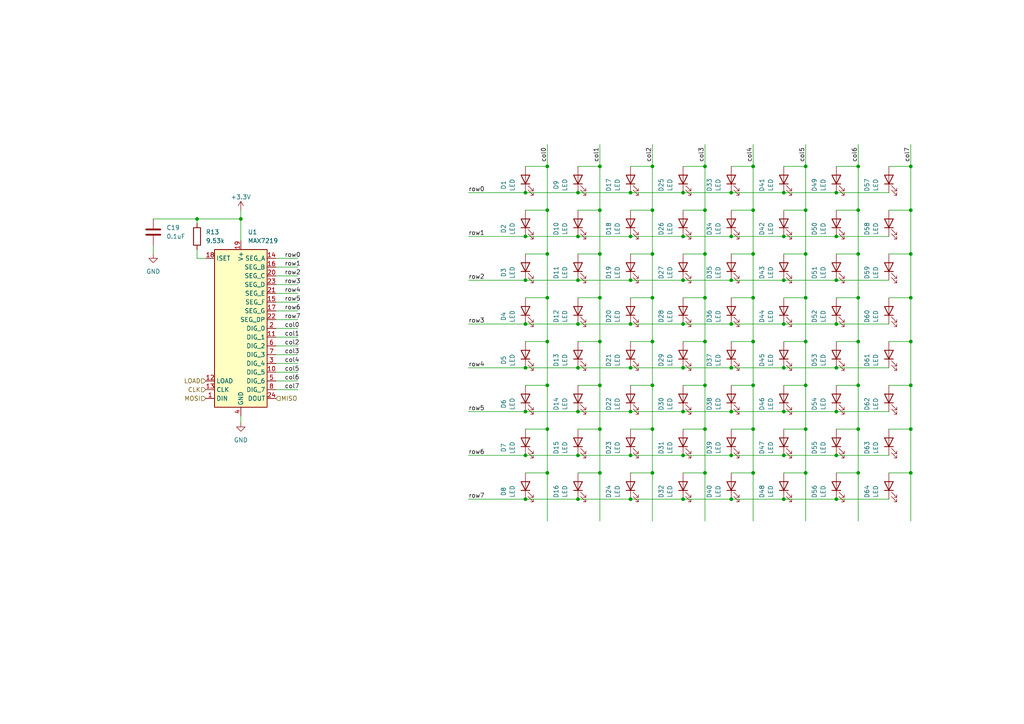
<source format=kicad_sch>
(kicad_sch (version 20230121) (generator eeschema)
  (paper "A4")
  (title_block (title "Led Array") (rev "0.0.1"))
  (lib_symbols
    (symbol "Device:C" (pin_numbers hide) (pin_names (offset 0.254))
      (property "Reference" "C" (at 0.635 2.54 0))
      (property "Value" "C" (at 0.635 -2.54 0))
      (symbol "C_0_1"
        (polyline (pts (xy -2.032 -0.762) (xy 2.032 -0.762)) (stroke (width 0.508)))
        (polyline (pts (xy -2.032 0.762) (xy 2.032 0.762)) (stroke (width 0.508)))
      )
      (symbol "C_1_1"
        (pin passive line (at 0 3.81 270) (length 2.794) (name "~") (number "1"))
        (pin passive line (at 0 -3.81 90) (length 2.794) (name "~") (number "2"))
      )
    )
    (symbol "Device:LED" (pin_numbers hide) (pin_names (offset 1.016) hide)
      (property "Reference" "D" (at 0 2.54 0))
      (property "Value" "LED" (at 0 -2.54 0))
      (symbol "LED_0_1"
        (polyline (pts (xy -1.27 -1.27) (xy -1.27 1.27)) (stroke (width 0.254)))
        (polyline (pts (xy -1.27 0) (xy 1.27 0)))
        (polyline (pts (xy 1.27 -1.27) (xy 1.27 1.27) (xy -1.27 0) (xy 1.27 -1.27)) (stroke (width 0.254)))
        (polyline (pts (xy -3.048 -0.762) (xy -4.572 -2.286) (xy -3.81 -2.286) (xy -4.572 -2.286) (xy -4.572 -1.524)))
        (polyline (pts (xy -1.778 -0.762) (xy -3.302 -2.286) (xy -2.54 -2.286) (xy -3.302 -2.286) (xy -3.302 -1.524)))
      )
      (symbol "LED_1_1"
        (pin passive line (at -3.81 0 0) (length 2.54) (name "K") (number "1"))
        (pin passive line (at 3.81 0 180) (length 2.54) (name "A") (number "2"))
      )
    )
    (symbol "Device:R" (pin_numbers hide) (pin_names (offset 0))
      (property "Reference" "R" (at 2.032 0 90))
      (property "Value" "R" (at 0 0 90))
      (symbol "R_0_1"
        (rectangle (start -1.016 -2.54) (end 1.016 2.54) (stroke (width 0.254)))
      )
      (symbol "R_1_1"
        (pin passive line (at 0 3.81 270) (length 1.27) (name "~") (number "1"))
        (pin passive line (at 0 -3.81 90) (length 1.27) (name "~") (number "2"))
      )
    )
    (symbol "Driver_LED:MAX7219"
      (property "Reference" "U" (at -6.35 24.13 0))
      (property "Value" "MAX7219" (at 1.27 25.4 0))
      (symbol "MAX7219_0_1"
        (rectangle (start -7.62 22.86) (end 7.62 -22.86) (stroke (width 0.254)) (fill (type background)))
      )
      (symbol "MAX7219_1_1"
        (pin input line (at -10.16 -20.32 0) (length 2.54) (name "DIN") (number "1"))
        (pin output line (at 10.16 -12.7 180) (length 2.54) (name "DIG_5") (number "10"))
        (pin output line (at 10.16 -2.54 180) (length 2.54) (name "DIG_1") (number "11"))
        (pin input line (at -10.16 -15.24 0) (length 2.54) (name "LOAD") (number "12"))
        (pin input line (at -10.16 -17.78 0) (length 2.54) (name "CLK") (number "13"))
        (pin output line (at 10.16 20.32 180) (length 2.54) (name "SEG_A") (number "14"))
        (pin output line (at 10.16 7.62 180) (length 2.54) (name "SEG_F") (number "15"))
        (pin output line (at 10.16 17.78 180) (length 2.54) (name "SEG_B") (number "16"))
        (pin output line (at 10.16 5.08 180) (length 2.54) (name "SEG_G") (number "17"))
        (pin input line (at -10.16 20.32 0) (length 2.54) (name "ISET") (number "18"))
        (pin power_in line (at 0 25.4 270) (length 2.54) (name "V+") (number "19"))
        (pin output line (at 10.16 0 180) (length 2.54) (name "DIG_0") (number "2"))
        (pin output line (at 10.16 15.24 180) (length 2.54) (name "SEG_C") (number "20"))
        (pin output line (at 10.16 10.16 180) (length 2.54) (name "SEG_E") (number "21"))
        (pin output line (at 10.16 2.54 180) (length 2.54) (name "SEG_DP") (number "22"))
        (pin output line (at 10.16 12.7 180) (length 2.54) (name "SEG_D") (number "23"))
        (pin output line (at 10.16 -20.32 180) (length 2.54) (name "DOUT") (number "24"))
        (pin output line (at 10.16 -10.16 180) (length 2.54) (name "DIG_4") (number "3"))
        (pin power_in line (at 0 -25.4 90) (length 2.54) (name "GND") (number "4"))
        (pin output line (at 10.16 -15.24 180) (length 2.54) (name "DIG_6") (number "5"))
        (pin output line (at 10.16 -5.08 180) (length 2.54) (name "DIG_2") (number "6"))
        (pin output line (at 10.16 -7.62 180) (length 2.54) (name "DIG_3") (number "7"))
        (pin output line (at 10.16 -17.78 180) (length 2.54) (name "DIG_7") (number "8"))
        (pin passive line (at 0 -25.4 90) (length 2.54) hide (name "GND") (number "9"))
      )
    )
    (symbol "GND_1" (power) (pin_names (offset 0))
      (property "Value" "GND_1" (at 0 -3.81 0))
      (symbol "GND_1_0_1"
        (polyline (pts (xy 0 0) (xy 0 -1.27) (xy 1.27 -1.27) (xy 0 -2.54) (xy -1.27 -1.27) (xy 0 -1.27)))
      )
      (symbol "GND_1_1_1"
        (pin power_in line (at 0 0 270) (length 0) hide (name "GND") (number "1"))
      )
    )
    (symbol "power:+3.3V" (power) (pin_names (offset 0))
      (property "Value" "+3.3V" (at 0 3.556 0))
      (symbol "+3.3V_0_1"
        (polyline (pts (xy -0.762 1.27) (xy 0 2.54)))
        (polyline (pts (xy 0 0) (xy 0 2.54)))
        (polyline (pts (xy 0 2.54) (xy 0.762 1.27)))
      )
      (symbol "+3.3V_1_1"
        (pin power_in line (at 0 0 90) (length 0) hide (name "+3.3V") (number "1"))
      )
    )
    (symbol "power:GND" (power) (pin_names (offset 0))
      (property "Value" "GND" (at 0 -3.81 0))
      (symbol "GND_0_1"
        (polyline (pts (xy 0 0) (xy 0 -1.27) (xy 1.27 -1.27) (xy 0 -2.54) (xy -1.27 -1.27) (xy 0 -1.27)))
      )
      (symbol "GND_1_1"
        (pin power_in line (at 0 0 270) (length 0) hide (name "GND") (number "1"))
      )
    )
  )
  (junction (at 248.92 73.66))
  (junction (at 158.75 73.66))
  (junction (at 204.47 60.96))
  (junction (at 233.68 48.26))
  (junction (at 167.64 93.98))
  (junction (at 248.92 124.46))
  (junction (at 218.44 60.96))
  (junction (at 182.88 81.28))
  (junction (at 189.23 48.26))
  (junction (at 158.75 86.36))
  (junction (at 173.99 86.36))
  (junction (at 204.47 111.76))
  (junction (at 204.47 73.66))
  (junction (at 57.15 63.5))
  (junction (at 227.33 132.08))
  (junction (at 218.44 137.16))
  (junction (at 242.57 132.08))
  (junction (at 198.12 93.98))
  (junction (at 242.57 106.68))
  (junction (at 227.33 55.88))
  (junction (at 167.64 81.28))
  (junction (at 173.99 60.96))
  (junction (at 264.16 99.06))
  (junction (at 227.33 119.38))
  (junction (at 152.4 106.68))
  (junction (at 198.12 132.08))
  (junction (at 248.92 86.36))
  (junction (at 189.23 86.36))
  (junction (at 189.23 73.66))
  (junction (at 158.75 48.26))
  (junction (at 204.47 48.26))
  (junction (at 182.88 93.98))
  (junction (at 198.12 106.68))
  (junction (at 218.44 111.76))
  (junction (at 167.64 119.38))
  (junction (at 212.09 93.98))
  (junction (at 242.57 119.38))
  (junction (at 233.68 86.36))
  (junction (at 204.47 137.16))
  (junction (at 167.64 132.08))
  (junction (at 173.99 124.46))
  (junction (at 198.12 68.58))
  (junction (at 189.23 124.46))
  (junction (at 69.85 63.5))
  (junction (at 218.44 86.36))
  (junction (at 173.99 137.16))
  (junction (at 233.68 73.66))
  (junction (at 158.75 60.96))
  (junction (at 204.47 86.36))
  (junction (at 242.57 55.88))
  (junction (at 242.57 68.58))
  (junction (at 167.64 68.58))
  (junction (at 233.68 60.96))
  (junction (at 173.99 73.66))
  (junction (at 167.64 55.88))
  (junction (at 227.33 106.68))
  (junction (at 173.99 48.26))
  (junction (at 242.57 81.28))
  (junction (at 198.12 119.38))
  (junction (at 152.4 119.38))
  (junction (at 182.88 119.38))
  (junction (at 248.92 99.06))
  (junction (at 264.16 124.46))
  (junction (at 182.88 106.68))
  (junction (at 248.92 111.76))
  (junction (at 152.4 68.58))
  (junction (at 152.4 132.08))
  (junction (at 198.12 144.78))
  (junction (at 227.33 68.58))
  (junction (at 242.57 93.98))
  (junction (at 227.33 144.78))
  (junction (at 212.09 106.68))
  (junction (at 198.12 81.28))
  (junction (at 167.64 106.68))
  (junction (at 189.23 111.76))
  (junction (at 233.68 111.76))
  (junction (at 212.09 81.28))
  (junction (at 248.92 48.26))
  (junction (at 182.88 68.58))
  (junction (at 158.75 124.46))
  (junction (at 212.09 132.08))
  (junction (at 227.33 93.98))
  (junction (at 233.68 99.06))
  (junction (at 158.75 111.76))
  (junction (at 264.16 73.66))
  (junction (at 242.57 144.78))
  (junction (at 212.09 119.38))
  (junction (at 173.99 111.76))
  (junction (at 158.75 137.16))
  (junction (at 182.88 132.08))
  (junction (at 248.92 137.16))
  (junction (at 218.44 124.46))
  (junction (at 158.75 99.06))
  (junction (at 167.64 144.78))
  (junction (at 212.09 144.78))
  (junction (at 189.23 60.96))
  (junction (at 218.44 99.06))
  (junction (at 233.68 137.16))
  (junction (at 264.16 86.36))
  (junction (at 189.23 99.06))
  (junction (at 152.4 144.78))
  (junction (at 233.68 124.46))
  (junction (at 212.09 68.58))
  (junction (at 264.16 60.96))
  (junction (at 248.92 60.96))
  (junction (at 264.16 111.76))
  (junction (at 189.23 137.16))
  (junction (at 152.4 55.88))
  (junction (at 264.16 48.26))
  (junction (at 204.47 99.06))
  (junction (at 264.16 137.16))
  (junction (at 173.99 99.06))
  (junction (at 152.4 93.98))
  (junction (at 198.12 55.88))
  (junction (at 182.88 144.78))
  (junction (at 218.44 48.26))
  (junction (at 182.88 55.88))
  (junction (at 227.33 81.28))
  (junction (at 152.4 81.28))
  (junction (at 204.47 124.46))
  (junction (at 218.44 73.66))
  (junction (at 212.09 55.88))
  (wire (pts (xy 212.09 55.88) (xy 227.33 55.88)))
  (wire (pts (xy 158.75 73.66) (xy 158.75 86.36)))
  (wire (pts (xy 212.09 137.16) (xy 218.44 137.16)))
  (wire (pts (xy 189.23 99.06) (xy 189.23 111.76)))
  (wire (pts (xy 173.99 73.66) (xy 173.99 86.36)))
  (wire (pts (xy 227.33 99.06) (xy 233.68 99.06)))
  (wire (pts (xy 248.92 137.16) (xy 248.92 151.13)))
  (wire (pts (xy 257.81 111.76) (xy 264.16 111.76)))
  (wire (pts (xy 248.92 124.46) (xy 248.92 137.16)))
  (wire (pts (xy 227.33 111.76) (xy 233.68 111.76)))
  (wire (pts (xy 135.89 144.78) (xy 152.4 144.78)))
  (wire (pts (xy 182.88 124.46) (xy 189.23 124.46)))
  (wire (pts (xy 204.47 60.96) (xy 204.47 73.66)))
  (wire (pts (xy 158.75 86.36) (xy 158.75 99.06)))
  (wire (pts (xy 182.88 55.88) (xy 198.12 55.88)))
  (wire (pts (xy 242.57 55.88) (xy 257.81 55.88)))
  (wire (pts (xy 212.09 48.26) (xy 218.44 48.26)))
  (wire (pts (xy 69.85 63.5) (xy 69.85 69.85)))
  (wire (pts (xy 227.33 106.68) (xy 212.09 106.68)))
  (wire (pts (xy 227.33 93.98) (xy 242.57 93.98)))
  (wire (pts (xy 182.88 48.26) (xy 189.23 48.26)))
  (wire (pts (xy 198.12 106.68) (xy 182.88 106.68)))
  (wire (pts (xy 227.33 124.46) (xy 233.68 124.46)))
  (wire (pts (xy 227.33 137.16) (xy 233.68 137.16)))
  (wire (pts (xy 80.01 107.95) (xy 86.36 107.95)))
  (wire (pts (xy 204.47 86.36) (xy 204.47 99.06)))
  (wire (pts (xy 173.99 124.46) (xy 173.99 137.16)))
  (wire (pts (xy 248.92 99.06) (xy 248.92 111.76)))
  (wire (pts (xy 80.01 100.33) (xy 86.36 100.33)))
  (wire (pts (xy 80.01 92.71) (xy 86.36 92.71)))
  (wire (pts (xy 173.99 48.26) (xy 173.99 60.96)))
  (wire (pts (xy 198.12 81.28) (xy 212.09 81.28)))
  (wire (pts (xy 167.64 132.08) (xy 182.88 132.08)))
  (wire (pts (xy 198.12 99.06) (xy 204.47 99.06)))
  (wire (pts (xy 242.57 68.58) (xy 227.33 68.58)))
  (wire (pts (xy 198.12 93.98) (xy 212.09 93.98)))
  (wire (pts (xy 233.68 60.96) (xy 233.68 73.66)))
  (wire (pts (xy 182.88 132.08) (xy 198.12 132.08)))
  (wire (pts (xy 227.33 132.08) (xy 242.57 132.08)))
  (wire (pts (xy 227.33 81.28) (xy 242.57 81.28)))
  (wire (pts (xy 242.57 124.46) (xy 248.92 124.46)))
  (wire (pts (xy 198.12 68.58) (xy 182.88 68.58)))
  (wire (pts (xy 80.01 77.47) (xy 86.36 77.47)))
  (wire (pts (xy 233.68 86.36) (xy 233.68 99.06)))
  (wire (pts (xy 158.75 111.76) (xy 158.75 124.46)))
  (wire (pts (xy 167.64 60.96) (xy 173.99 60.96)))
  (wire (pts (xy 80.01 85.09) (xy 86.36 85.09)))
  (wire (pts (xy 182.88 106.68) (xy 167.64 106.68)))
  (wire (pts (xy 227.33 86.36) (xy 233.68 86.36)))
  (wire (pts (xy 198.12 48.26) (xy 204.47 48.26)))
  (wire (pts (xy 198.12 55.88) (xy 212.09 55.88)))
  (wire (pts (xy 212.09 86.36) (xy 218.44 86.36)))
  (wire (pts (xy 152.4 73.66) (xy 158.75 73.66)))
  (wire (pts (xy 212.09 144.78) (xy 227.33 144.78)))
  (wire (pts (xy 158.75 137.16) (xy 158.75 151.13)))
  (wire (pts (xy 212.09 99.06) (xy 218.44 99.06)))
  (wire (pts (xy 167.64 48.26) (xy 173.99 48.26)))
  (wire (pts (xy 218.44 111.76) (xy 218.44 124.46)))
  (wire (pts (xy 167.64 137.16) (xy 173.99 137.16)))
  (wire (pts (xy 233.68 137.16) (xy 233.68 151.13)))
  (wire (pts (xy 257.81 124.46) (xy 264.16 124.46)))
  (wire (pts (xy 152.4 68.58) (xy 135.89 68.58)))
  (wire (pts (xy 218.44 48.26) (xy 218.44 60.96)))
  (wire (pts (xy 233.68 124.46) (xy 233.68 137.16)))
  (wire (pts (xy 167.64 73.66) (xy 173.99 73.66)))
  (wire (pts (xy 152.4 111.76) (xy 158.75 111.76)))
  (wire (pts (xy 167.64 68.58) (xy 152.4 68.58)))
  (wire (pts (xy 218.44 124.46) (xy 218.44 137.16)))
  (wire (pts (xy 242.57 48.26) (xy 248.92 48.26)))
  (wire (pts (xy 182.88 68.58) (xy 167.64 68.58)))
  (wire (pts (xy 204.47 111.76) (xy 204.47 124.46)))
  (wire (pts (xy 80.01 95.25) (xy 86.36 95.25)))
  (wire (pts (xy 204.47 99.06) (xy 204.47 111.76)))
  (wire (pts (xy 242.57 106.68) (xy 227.33 106.68)))
  (wire (pts (xy 227.33 55.88) (xy 242.57 55.88)))
  (wire (pts (xy 242.57 86.36) (xy 248.92 86.36)))
  (wire (pts (xy 212.09 124.46) (xy 218.44 124.46)))
  (wire (pts (xy 264.16 60.96) (xy 264.16 73.66)))
  (wire (pts (xy 198.12 132.08) (xy 212.09 132.08)))
  (wire (pts (xy 257.81 106.68) (xy 242.57 106.68)))
  (wire (pts (xy 204.47 124.46) (xy 204.47 137.16)))
  (wire (pts (xy 257.81 86.36) (xy 264.16 86.36)))
  (wire (pts (xy 257.81 68.58) (xy 242.57 68.58)))
  (wire (pts (xy 212.09 93.98) (xy 227.33 93.98)))
  (wire (pts (xy 248.92 60.96) (xy 248.92 73.66)))
  (wire (pts (xy 182.88 93.98) (xy 198.12 93.98)))
  (wire (pts (xy 257.81 99.06) (xy 264.16 99.06)))
  (wire (pts (xy 167.64 86.36) (xy 173.99 86.36)))
  (wire (pts (xy 57.15 74.93) (xy 59.69 74.93)))
  (wire (pts (xy 227.33 119.38) (xy 242.57 119.38)))
  (wire (pts (xy 189.23 41.91) (xy 189.23 48.26)))
  (wire (pts (xy 204.47 41.91) (xy 204.47 48.26)))
  (wire (pts (xy 167.64 93.98) (xy 182.88 93.98)))
  (wire (pts (xy 248.92 86.36) (xy 248.92 99.06)))
  (wire (pts (xy 218.44 137.16) (xy 218.44 151.13)))
  (wire (pts (xy 182.88 60.96) (xy 189.23 60.96)))
  (wire (pts (xy 227.33 48.26) (xy 233.68 48.26)))
  (wire (pts (xy 242.57 99.06) (xy 248.92 99.06)))
  (wire (pts (xy 182.88 119.38) (xy 198.12 119.38)))
  (wire (pts (xy 152.4 132.08) (xy 167.64 132.08)))
  (wire (pts (xy 152.4 93.98) (xy 167.64 93.98)))
  (wire (pts (xy 80.01 82.55) (xy 86.36 82.55)))
  (wire (pts (xy 257.81 73.66) (xy 264.16 73.66)))
  (wire (pts (xy 69.85 60.96) (xy 69.85 63.5)))
  (wire (pts (xy 152.4 81.28) (xy 167.64 81.28)))
  (wire (pts (xy 257.81 48.26) (xy 264.16 48.26)))
  (wire (pts (xy 212.09 132.08) (xy 227.33 132.08)))
  (wire (pts (xy 152.4 106.68) (xy 135.89 106.68)))
  (wire (pts (xy 152.4 99.06) (xy 158.75 99.06)))
  (wire (pts (xy 264.16 73.66) (xy 264.16 86.36)))
  (wire (pts (xy 204.47 48.26) (xy 204.47 60.96)))
  (wire (pts (xy 218.44 73.66) (xy 218.44 86.36)))
  (wire (pts (xy 167.64 144.78) (xy 182.88 144.78)))
  (wire (pts (xy 242.57 119.38) (xy 257.81 119.38)))
  (wire (pts (xy 152.4 48.26) (xy 158.75 48.26)))
  (wire (pts (xy 189.23 73.66) (xy 189.23 86.36)))
  (wire (pts (xy 242.57 60.96) (xy 248.92 60.96)))
  (wire (pts (xy 242.57 132.08) (xy 257.81 132.08)))
  (wire (pts (xy 182.88 144.78) (xy 198.12 144.78)))
  (wire (pts (xy 218.44 86.36) (xy 218.44 99.06)))
  (wire (pts (xy 182.88 81.28) (xy 198.12 81.28)))
  (wire (pts (xy 152.4 55.88) (xy 167.64 55.88)))
  (wire (pts (xy 173.99 99.06) (xy 173.99 111.76)))
  (wire (pts (xy 135.89 119.38) (xy 152.4 119.38)))
  (wire (pts (xy 198.12 60.96) (xy 204.47 60.96)))
  (wire (pts (xy 198.12 111.76) (xy 204.47 111.76)))
  (wire (pts (xy 248.92 73.66) (xy 248.92 86.36)))
  (wire (pts (xy 248.92 41.91) (xy 248.92 48.26)))
  (wire (pts (xy 167.64 111.76) (xy 173.99 111.76)))
  (wire (pts (xy 158.75 99.06) (xy 158.75 111.76)))
  (wire (pts (xy 233.68 48.26) (xy 233.68 60.96)))
  (wire (pts (xy 167.64 55.88) (xy 182.88 55.88)))
  (wire (pts (xy 152.4 144.78) (xy 167.64 144.78)))
  (wire (pts (xy 204.47 73.66) (xy 204.47 86.36)))
  (wire (pts (xy 167.64 81.28) (xy 182.88 81.28)))
  (wire (pts (xy 167.64 119.38) (xy 182.88 119.38)))
  (wire (pts (xy 233.68 111.76) (xy 233.68 124.46)))
  (wire (pts (xy 189.23 60.96) (xy 189.23 73.66)))
  (wire (pts (xy 182.88 99.06) (xy 189.23 99.06)))
  (wire (pts (xy 212.09 68.58) (xy 198.12 68.58)))
  (wire (pts (xy 173.99 60.96) (xy 173.99 73.66)))
  (wire (pts (xy 182.88 86.36) (xy 189.23 86.36)))
  (wire (pts (xy 173.99 137.16) (xy 173.99 151.13)))
  (wire (pts (xy 167.64 99.06) (xy 173.99 99.06)))
  (wire (pts (xy 80.01 87.63) (xy 86.36 87.63)))
  (wire (pts (xy 198.12 73.66) (xy 204.47 73.66)))
  (wire (pts (xy 212.09 73.66) (xy 218.44 73.66)))
  (wire (pts (xy 80.01 110.49) (xy 86.36 110.49)))
  (wire (pts (xy 189.23 137.16) (xy 189.23 151.13)))
  (wire (pts (xy 218.44 41.91) (xy 218.44 48.26)))
  (wire (pts (xy 198.12 124.46) (xy 204.47 124.46)))
  (wire (pts (xy 158.75 41.91) (xy 158.75 48.26)))
  (wire (pts (xy 242.57 81.28) (xy 257.81 81.28)))
  (wire (pts (xy 80.01 113.03) (xy 86.36 113.03)))
  (wire (pts (xy 242.57 111.76) (xy 248.92 111.76)))
  (wire (pts (xy 227.33 68.58) (xy 212.09 68.58)))
  (wire (pts (xy 167.64 124.46) (xy 173.99 124.46)))
  (wire (pts (xy 80.01 90.17) (xy 86.36 90.17)))
  (wire (pts (xy 204.47 137.16) (xy 204.47 151.13)))
  (wire (pts (xy 135.89 132.08) (xy 152.4 132.08)))
  (wire (pts (xy 264.16 86.36) (xy 264.16 99.06)))
  (wire (pts (xy 69.85 122.555) (xy 69.85 120.65)))
  (wire (pts (xy 44.45 63.5) (xy 57.15 63.5)))
  (wire (pts (xy 264.16 124.46) (xy 264.16 137.16)))
  (wire (pts (xy 152.4 60.96) (xy 158.75 60.96)))
  (wire (pts (xy 264.16 111.76) (xy 264.16 124.46)))
  (wire (pts (xy 227.33 60.96) (xy 233.68 60.96)))
  (wire (pts (xy 212.09 106.68) (xy 198.12 106.68)))
  (wire (pts (xy 158.75 48.26) (xy 158.75 60.96)))
  (wire (pts (xy 182.88 73.66) (xy 189.23 73.66)))
  (wire (pts (xy 167.64 106.68) (xy 152.4 106.68)))
  (wire (pts (xy 242.57 137.16) (xy 248.92 137.16)))
  (wire (pts (xy 233.68 99.06) (xy 233.68 111.76)))
  (wire (pts (xy 198.12 144.78) (xy 212.09 144.78)))
  (wire (pts (xy 57.15 64.77) (xy 57.15 63.5)))
  (wire (pts (xy 212.09 111.76) (xy 218.44 111.76)))
  (wire (pts (xy 80.01 80.01) (xy 86.36 80.01)))
  (wire (pts (xy 173.99 86.36) (xy 173.99 99.06)))
  (wire (pts (xy 182.88 111.76) (xy 189.23 111.76)))
  (wire (pts (xy 44.45 71.12) (xy 44.45 73.66)))
  (wire (pts (xy 264.16 41.91) (xy 264.16 48.26)))
  (wire (pts (xy 198.12 137.16) (xy 204.47 137.16)))
  (wire (pts (xy 152.4 119.38) (xy 167.64 119.38)))
  (wire (pts (xy 248.92 48.26) (xy 248.92 60.96)))
  (wire (pts (xy 264.16 137.16) (xy 264.16 151.13)))
  (wire (pts (xy 135.89 55.88) (xy 152.4 55.88)))
  (wire (pts (xy 257.81 137.16) (xy 264.16 137.16)))
  (wire (pts (xy 242.57 93.98) (xy 257.81 93.98)))
  (wire (pts (xy 80.01 102.87) (xy 86.36 102.87)))
  (wire (pts (xy 189.23 86.36) (xy 189.23 99.06)))
  (wire (pts (xy 198.12 119.38) (xy 212.09 119.38)))
  (wire (pts (xy 57.15 72.39) (xy 57.15 74.93)))
  (wire (pts (xy 227.33 73.66) (xy 233.68 73.66)))
  (wire (pts (xy 264.16 48.26) (xy 264.16 60.96)))
  (wire (pts (xy 218.44 60.96) (xy 218.44 73.66)))
  (wire (pts (xy 212.09 119.38) (xy 227.33 119.38)))
  (wire (pts (xy 189.23 111.76) (xy 189.23 124.46)))
  (wire (pts (xy 257.81 60.96) (xy 264.16 60.96)))
  (wire (pts (xy 242.57 144.78) (xy 257.81 144.78)))
  (wire (pts (xy 158.75 60.96) (xy 158.75 73.66)))
  (wire (pts (xy 248.92 111.76) (xy 248.92 124.46)))
  (wire (pts (xy 182.88 137.16) (xy 189.23 137.16)))
  (wire (pts (xy 80.01 105.41) (xy 86.36 105.41)))
  (wire (pts (xy 80.01 74.93) (xy 86.36 74.93)))
  (wire (pts (xy 264.16 99.06) (xy 264.16 111.76)))
  (wire (pts (xy 242.57 73.66) (xy 248.92 73.66)))
  (wire (pts (xy 233.68 41.91) (xy 233.68 48.26)))
  (wire (pts (xy 227.33 144.78) (xy 242.57 144.78)))
  (wire (pts (xy 212.09 81.28) (xy 227.33 81.28)))
  (wire (pts (xy 152.4 124.46) (xy 158.75 124.46)))
  (wire (pts (xy 233.68 73.66) (xy 233.68 86.36)))
  (wire (pts (xy 173.99 111.76) (xy 173.99 124.46)))
  (wire (pts (xy 189.23 48.26) (xy 189.23 60.96)))
  (wire (pts (xy 80.01 97.79) (xy 86.36 97.79)))
  (wire (pts (xy 135.89 81.28) (xy 152.4 81.28)))
  (wire (pts (xy 198.12 86.36) (xy 204.47 86.36)))
  (wire (pts (xy 152.4 86.36) (xy 158.75 86.36)))
  (wire (pts (xy 135.89 93.98) (xy 152.4 93.98)))
  (wire (pts (xy 57.15 63.5) (xy 69.85 63.5)))
  (wire (pts (xy 218.44 99.06) (xy 218.44 111.76)))
  (wire (pts (xy 212.09 60.96) (xy 218.44 60.96)))
  (wire (pts (xy 152.4 137.16) (xy 158.75 137.16)))
  (wire (pts (xy 173.99 41.91) (xy 173.99 48.26)))
  (wire (pts (xy 158.75 124.46) (xy 158.75 137.16)))
  (wire (pts (xy 189.23 124.46) (xy 189.23 137.16)))
  (label "row5" (at 135.89 119.38 0))
  (label "row2" (at 135.89 81.28 0))
  (label "col7" (at 82.55 113.03 0))
  (label "row6" (at 135.89 132.08 0))
  (label "row2" (at 82.55 80.01 0))
  (label "col5" (at 233.68 46.99 90))
  (label "col4" (at 218.44 46.99 90))
  (label "row3" (at 135.89 93.98 0))
  (label "col2" (at 82.55 100.33 0))
  (label "col4" (at 82.55 105.41 0))
  (label "col7" (at 264.16 46.99 90))
  (label "row1" (at 82.55 77.47 0))
  (label "row3" (at 82.55 82.55 0))
  (label "col3" (at 204.47 46.99 90))
  (label "row0" (at 82.55 74.93 0))
  (label "row6" (at 82.55 90.17 0))
  (label "col6" (at 248.92 46.99 90))
  (label "col1" (at 82.55 97.79 0))
  (label "col6" (at 82.55 110.49 0))
  (label "row4" (at 135.89 106.68 0))
  (label "row5" (at 82.55 87.63 0))
  (label "col1" (at 173.99 46.99 90))
  (label "col0" (at 158.75 46.99 90))
  (label "col2" (at 189.23 46.99 90))
  (label "row7" (at 82.55 92.71 0))
  (label "row1" (at 135.89 68.58 0))
  (label "row7" (at 135.89 144.78 0))
  (label "col0" (at 82.55 95.25 0))
  (label "row4" (at 82.55 85.09 0))
  (label "col3" (at 82.55 102.87 0))
  (label "col5" (at 82.55 107.95 0))
  (label "row0" (at 135.89 55.88 0))
  (hierarchical_label "MISO" (shape input) (at 80.01 115.57 0))
  (hierarchical_label "LOAD" (shape input) (at 59.69 110.49 180))
  (hierarchical_label "CLK" (shape input) (at 59.69 113.03 180))
  (hierarchical_label "MOSI" (shape input) (at 59.69 115.57 180))
  (symbol (lib_id "Device:LED") (at 212.09 140.97 90) (unit 1)
    (property "Reference" "D40" (at 205.74 142.5575 0))
    (property "Value" "LED" (at 208.28 142.5575 0))
    (property "Footprint" "LED_SMD:LED_2010_5025Metric_Pad1.52x2.65mm_HandSolder" (effects hide))
    (instances (project "wordclock" (path "" (reference "D40") (unit 1)) (path "" (reference "D104") (unit 1)) (path "" (reference "D168") (unit 1)) (path "" (reference "D232") (unit 1))))
  )
  (symbol (lib_id "Device:LED") (at 198.12 115.57 90) (unit 1)
    (property "Reference" "D30" (at 191.77 117.1575 0))
    (property "Value" "LED" (at 194.31 117.1575 0))
    (property "Footprint" "LED_SMD:LED_2010_5025Metric_Pad1.52x2.65mm_HandSolder" (effects hide))
    (instances (project "wordclock" (path "" (reference "D30") (unit 1)) (path "" (reference "D94") (unit 1)) (path "" (reference "D158") (unit 1)) (path "" (reference "D222") (unit 1))))
  )
  (symbol (lib_id "Device:LED") (at 212.09 128.27 90) (unit 1)
    (property "Reference" "D39" (at 205.74 129.8575 0))
    (property "Value" "LED" (at 208.28 129.8575 0))
    (property "Footprint" "LED_SMD:LED_2010_5025Metric_Pad1.52x2.65mm_HandSolder" (effects hide))
    (instances (project "wordclock" (path "" (reference "D39") (unit 1)) (path "" (reference "D103") (unit 1)) (path "" (reference "D167") (unit 1)) (path "" (reference "D231") (unit 1))))
  )
  (symbol (lib_id "Device:LED") (at 257.81 128.27 90) (unit 1)
    (property "Reference" "D63" (at 251.46 129.8575 0))
    (property "Value" "LED" (at 254 129.8575 0))
    (property "Footprint" "LED_SMD:LED_2010_5025Metric_Pad1.52x2.65mm_HandSolder" (effects hide))
    (instances (project "wordclock" (path "" (reference "D63") (unit 1)) (path "" (reference "D127") (unit 1)) (path "" (reference "D191") (unit 1)) (path "" (reference "D255") (unit 1))))
  )
  (symbol (lib_id "Device:LED") (at 227.33 90.17 90) (unit 1)
    (property "Reference" "D44" (at 220.98 91.7575 0))
    (property "Value" "LED" (at 223.52 91.7575 0))
    (property "Footprint" "LED_SMD:LED_2010_5025Metric_Pad1.52x2.65mm_HandSolder" (effects hide))
    (instances (project "wordclock" (path "" (reference "D44") (unit 1)) (path "" (reference "D108") (unit 1)) (path "" (reference "D172") (unit 1)) (path "" (reference "D236") (unit 1))))
  )
  (symbol (lib_id "Device:LED") (at 198.12 77.47 90) (unit 1)
    (property "Reference" "D27" (at 191.77 79.0575 0))
    (property "Value" "LED" (at 194.31 79.0575 0))
    (property "Footprint" "LED_SMD:LED_2010_5025Metric_Pad1.52x2.65mm_HandSolder" (effects hide))
    (instances (project "wordclock" (path "" (reference "D27") (unit 1)) (path "" (reference "D91") (unit 1)) (path "" (reference "D155") (unit 1)) (path "" (reference "D219") (unit 1))))
  )
  (symbol (lib_id "Device:LED") (at 152.4 77.47 90) (unit 1)
    (property "Reference" "D3" (at 146.05 79.0575 0))
    (property "Value" "LED" (at 148.59 79.0575 0))
    (property "Footprint" "LED_SMD:LED_2010_5025Metric_Pad1.52x2.65mm_HandSolder" (effects hide))
    (instances (project "wordclock" (path "" (reference "D3") (unit 1)) (path "" (reference "D67") (unit 1)) (path "" (reference "D131") (unit 1)) (path "" (reference "D195") (unit 1))))
  )
  (symbol (lib_id "Device:LED") (at 167.64 90.17 90) (unit 1)
    (property "Reference" "D12" (at 161.29 91.7575 0))
    (property "Value" "LED" (at 163.83 91.7575 0))
    (property "Footprint" "LED_SMD:LED_2010_5025Metric_Pad1.52x2.65mm_HandSolder" (effects hide))
    (instances (project "wordclock" (path "" (reference "D12") (unit 1)) (path "" (reference "D76") (unit 1)) (path "" (reference "D140") (unit 1)) (path "" (reference "D204") (unit 1))))
  )
  (symbol (lib_id "Device:LED") (at 257.81 52.07 90) (unit 1)
    (property "Reference" "D57" (at 251.46 53.6575 0))
    (property "Value" "LED" (at 254 53.6575 0))
    (property "Footprint" "LED_SMD:LED_2010_5025Metric_Pad1.52x2.65mm_HandSolder" (effects hide))
    (instances (project "wordclock" (path "" (reference "D57") (unit 1)) (path "" (reference "D121") (unit 1)) (path "" (reference "D185") (unit 1)) (path "" (reference "D249") (unit 1))))
  )
  (symbol (lib_id "Device:LED") (at 242.57 140.97 90) (unit 1)
    (property "Reference" "D56" (at 236.22 142.5575 0))
    (property "Value" "LED" (at 238.76 142.5575 0))
    (property "Footprint" "LED_SMD:LED_2010_5025Metric_Pad1.52x2.65mm_HandSolder" (effects hide))
    (instances (project "wordclock" (path "" (reference "D56") (unit 1)) (path "" (reference "D120") (unit 1)) (path "" (reference "D184") (unit 1)) (path "" (reference "D248") (unit 1))))
  )
  (symbol (lib_id "Device:LED") (at 167.64 115.57 90) (unit 1)
    (property "Reference" "D14" (at 161.29 117.1575 0))
    (property "Value" "LED" (at 163.83 117.1575 0))
    (property "Footprint" "LED_SMD:LED_2010_5025Metric_Pad1.52x2.65mm_HandSolder" (effects hide))
    (instances (project "wordclock" (path "" (reference "D14") (unit 1)) (path "" (reference "D78") (unit 1)) (path "" (reference "D142") (unit 1)) (path "" (reference "D206") (unit 1))))
  )
  (symbol (lib_id "Device:LED") (at 198.12 64.77 90) (unit 1)
    (property "Reference" "D26" (at 191.77 66.3575 0))
    (property "Value" "LED" (at 194.31 66.3575 0))
    (property "Footprint" "LED_SMD:LED_2010_5025Metric_Pad1.52x2.65mm_HandSolder" (effects hide))
    (instances (project "wordclock" (path "" (reference "D26") (unit 1)) (path "" (reference "D90") (unit 1)) (path "" (reference "D154") (unit 1)) (path "" (reference "D218") (unit 1))))
  )
  (symbol (lib_id "Device:LED") (at 212.09 52.07 90) (unit 1)
    (property "Reference" "D33" (at 205.74 53.6575 0))
    (property "Value" "LED" (at 208.28 53.6575 0))
    (property "Footprint" "LED_SMD:LED_2010_5025Metric_Pad1.52x2.65mm_HandSolder" (effects hide))
    (instances (project "wordclock" (path "" (reference "D33") (unit 1)) (path "" (reference "D97") (unit 1)) (path "" (reference "D161") (unit 1)) (path "" (reference "D225") (unit 1))))
  )
  (symbol (lib_id "Device:LED") (at 182.88 90.17 90) (unit 1)
    (property "Reference" "D20" (at 176.53 91.7575 0))
    (property "Value" "LED" (at 179.07 91.7575 0))
    (property "Footprint" "LED_SMD:LED_2010_5025Metric_Pad1.52x2.65mm_HandSolder" (effects hide))
    (instances (project "wordclock" (path "" (reference "D20") (unit 1)) (path "" (reference "D84") (unit 1)) (path "" (reference "D148") (unit 1)) (path "" (reference "D212") (unit 1))))
  )
  (symbol (lib_id "Device:LED") (at 242.57 77.47 90) (unit 1)
    (property "Reference" "D51" (at 236.22 79.0575 0))
    (property "Value" "LED" (at 238.76 79.0575 0))
    (property "Footprint" "LED_SMD:LED_2010_5025Metric_Pad1.52x2.65mm_HandSolder" (effects hide))
    (instances (project "wordclock" (path "" (reference "D51") (unit 1)) (path "" (reference "D115") (unit 1)) (path "" (reference "D179") (unit 1)) (path "" (reference "D243") (unit 1))))
  )
  (symbol (lib_id "Device:LED") (at 212.09 77.47 90) (unit 1)
    (property "Reference" "D35" (at 205.74 79.0575 0))
    (property "Value" "LED" (at 208.28 79.0575 0))
    (property "Footprint" "LED_SMD:LED_2010_5025Metric_Pad1.52x2.65mm_HandSolder" (effects hide))
    (instances (project "wordclock" (path "" (reference "D35") (unit 1)) (path "" (reference "D99") (unit 1)) (path "" (reference "D163") (unit 1)) (path "" (reference "D227") (unit 1))))
  )
  (symbol (lib_id "Device:LED") (at 227.33 115.57 90) (unit 1)
    (property "Reference" "D46" (at 220.98 117.1575 0))
    (property "Value" "LED" (at 223.52 117.1575 0))
    (property "Footprint" "LED_SMD:LED_2010_5025Metric_Pad1.52x2.65mm_HandSolder" (effects hide))
    (instances (project "wordclock" (path "" (reference "D46") (unit 1)) (path "" (reference "D110") (unit 1)) (path "" (reference "D174") (unit 1)) (path "" (reference "D238") (unit 1))))
  )
  (symbol (lib_id "Device:LED") (at 257.81 64.77 90) (unit 1)
    (property "Reference" "D58" (at 251.46 66.3575 0))
    (property "Value" "LED" (at 254 66.3575 0))
    (property "Footprint" "LED_SMD:LED_2010_5025Metric_Pad1.52x2.65mm_HandSolder" (effects hide))
    (instances (project "wordclock" (path "" (reference "D58") (unit 1)) (path "" (reference "D122") (unit 1)) (path "" (reference "D186") (unit 1)) (path "" (reference "D250") (unit 1))))
  )
  (symbol (lib_id "Device:LED") (at 152.4 102.87 90) (unit 1)
    (property "Reference" "D5" (at 146.05 104.4575 0))
    (property "Value" "LED" (at 148.59 104.4575 0))
    (property "Footprint" "LED_SMD:LED_2010_5025Metric_Pad1.52x2.65mm_HandSolder" (effects hide))
    (instances (project "wordclock" (path "" (reference "D5") (unit 1)) (path "" (reference "D69") (unit 1)) (path "" (reference "D133") (unit 1)) (path "" (reference "D197") (unit 1))))
  )
  (symbol (lib_id "Device:LED") (at 227.33 77.47 90) (unit 1)
    (property "Reference" "D43" (at 220.98 79.0575 0))
    (property "Value" "LED" (at 223.52 79.0575 0))
    (property "Footprint" "LED_SMD:LED_2010_5025Metric_Pad1.52x2.65mm_HandSolder" (effects hide))
    (instances (project "wordclock" (path "" (reference "D43") (unit 1)) (path "" (reference "D107") (unit 1)) (path "" (reference "D171") (unit 1)) (path "" (reference "D235") (unit 1))))
  )
  (symbol (lib_id "power:GND") (at 69.85 122.555 0) (unit 1)
    (property "Reference" "#PWR0142" (effects hide))
    (property "Value" "GND" (at 69.85 127.635 0))
    (instances (project "wordclock" (path "" (reference "#PWR0142") (unit 1)) (path "" (reference "#PWR0145") (unit 1)) (path "" (reference "#PWR0148") (unit 1)) (path "" (reference "#PWR0151") (unit 1))))
  )
  (symbol (lib_id "Device:LED") (at 212.09 115.57 90) (unit 1)
    (property "Reference" "D38" (at 205.74 117.1575 0))
    (property "Value" "LED" (at 208.28 117.1575 0))
    (property "Footprint" "LED_SMD:LED_2010_5025Metric_Pad1.52x2.65mm_HandSolder" (effects hide))
    (instances (project "wordclock" (path "" (reference "D38") (unit 1)) (path "" (reference "D102") (unit 1)) (path "" (reference "D166") (unit 1)) (path "" (reference "D230") (unit 1))))
  )
  (symbol (lib_id "Device:LED") (at 242.57 90.17 90) (unit 1)
    (property "Reference" "D52" (at 236.22 91.7575 0))
    (property "Value" "LED" (at 238.76 91.7575 0))
    (property "Footprint" "LED_SMD:LED_2010_5025Metric_Pad1.52x2.65mm_HandSolder" (effects hide))
    (instances (project "wordclock" (path "" (reference "D52") (unit 1)) (path "" (reference "D116") (unit 1)) (path "" (reference "D180") (unit 1)) (path "" (reference "D244") (unit 1))))
  )
  (symbol (lib_id "Device:LED") (at 182.88 52.07 90) (unit 1)
    (property "Reference" "D17" (at 176.53 53.6575 0))
    (property "Value" "LED" (at 179.07 53.6575 0))
    (property "Footprint" "LED_SMD:LED_2010_5025Metric_Pad1.52x2.65mm_HandSolder" (effects hide))
    (instances (project "wordclock" (path "" (reference "D17") (unit 1)) (path "" (reference "D81") (unit 1)) (path "" (reference "D145") (unit 1)) (path "" (reference "D209") (unit 1))))
  )
  (symbol (lib_id "Device:LED") (at 257.81 102.87 90) (unit 1)
    (property "Reference" "D61" (at 251.46 104.4575 0))
    (property "Value" "LED" (at 254 104.4575 0))
    (property "Footprint" "LED_SMD:LED_2010_5025Metric_Pad1.52x2.65mm_HandSolder" (effects hide))
    (instances (project "wordclock" (path "" (reference "D61") (unit 1)) (path "" (reference "D125") (unit 1)) (path "" (reference "D189") (unit 1)) (path "" (reference "D253") (unit 1))))
  )
  (symbol (lib_id "Device:LED") (at 198.12 128.27 90) (unit 1)
    (property "Reference" "D31" (at 191.77 129.8575 0))
    (property "Value" "LED" (at 194.31 129.8575 0))
    (property "Footprint" "LED_SMD:LED_2010_5025Metric_Pad1.52x2.65mm_HandSolder" (effects hide))
    (instances (project "wordclock" (path "" (reference "D31") (unit 1)) (path "" (reference "D95") (unit 1)) (path "" (reference "D159") (unit 1)) (path "" (reference "D223") (unit 1))))
  )
  (symbol (lib_id "Device:LED") (at 242.57 115.57 90) (unit 1)
    (property "Reference" "D54" (at 236.22 117.1575 0))
    (property "Value" "LED" (at 238.76 117.1575 0))
    (property "Footprint" "LED_SMD:LED_2010_5025Metric_Pad1.52x2.65mm_HandSolder" (effects hide))
    (instances (project "wordclock" (path "" (reference "D54") (unit 1)) (path "" (reference "D118") (unit 1)) (path "" (reference "D182") (unit 1)) (path "" (reference "D246") (unit 1))))
  )
  (symbol (lib_id "Device:C") (at 44.45 67.31 0) (unit 1)
    (property "Reference" "C19" (at 48.26 66.0399 0) (effects (justify left)))
    (property "Value" "0.1uF" (at 48.26 68.5799 0) (effects (justify left)))
    (property "Footprint" "Capacitor_SMD:C_0805_2012Metric" (effects hide))
    (instances (project "wordclock" (path "" (reference "C19") (unit 1)) (path "" (reference "C20") (unit 1)) (path "" (reference "C21") (unit 1)) (path "" (reference "C22") (unit 1))))
  )
  (symbol (lib_id "Device:LED") (at 227.33 140.97 90) (unit 1)
    (property "Reference" "D48" (at 220.98 142.5575 0))
    (property "Value" "LED" (at 223.52 142.5575 0))
    (property "Footprint" "LED_SMD:LED_2010_5025Metric_Pad1.52x2.65mm_HandSolder" (effects hide))
    (instances (project "wordclock" (path "" (reference "D48") (unit 1)) (path "" (reference "D112") (unit 1)) (path "" (reference "D176") (unit 1)) (path "" (reference "D240") (unit 1))))
  )
  (symbol (lib_id "Device:LED") (at 152.4 115.57 90) (unit 1)
    (property "Reference" "D6" (at 146.05 117.1575 0))
    (property "Value" "LED" (at 148.59 117.1575 0))
    (property "Footprint" "LED_SMD:LED_2010_5025Metric_Pad1.52x2.65mm_HandSolder" (effects hide))
    (instances (project "wordclock" (path "" (reference "D6") (unit 1)) (path "" (reference "D70") (unit 1)) (path "" (reference "D134") (unit 1)) (path "" (reference "D198") (unit 1))))
  )
  (symbol (lib_id "Device:LED") (at 182.88 115.57 90) (unit 1)
    (property "Reference" "D22" (at 176.53 117.1575 0))
    (property "Value" "LED" (at 179.07 117.1575 0))
    (property "Footprint" "LED_SMD:LED_2010_5025Metric_Pad1.52x2.65mm_HandSolder" (effects hide))
    (instances (project "wordclock" (path "" (reference "D22") (unit 1)) (path "" (reference "D86") (unit 1)) (path "" (reference "D150") (unit 1)) (path "" (reference "D214") (unit 1))))
  )
  (symbol (lib_id "Device:LED") (at 242.57 52.07 90) (unit 1)
    (property "Reference" "D49" (at 236.22 53.6575 0))
    (property "Value" "LED" (at 238.76 53.6575 0))
    (property "Footprint" "LED_SMD:LED_2010_5025Metric_Pad1.52x2.65mm_HandSolder" (effects hide))
    (instances (project "wordclock" (path "" (reference "D49") (unit 1)) (path "" (reference "D113") (unit 1)) (path "" (reference "D177") (unit 1)) (path "" (reference "D241") (unit 1))))
  )
  (symbol (lib_id "Device:LED") (at 167.64 77.47 90) (unit 1)
    (property "Reference" "D11" (at 161.29 79.0575 0))
    (property "Value" "LED" (at 163.83 79.0575 0))
    (property "Footprint" "LED_SMD:LED_2010_5025Metric_Pad1.52x2.65mm_HandSolder" (effects hide))
    (instances (project "wordclock" (path "" (reference "D11") (unit 1)) (path "" (reference "D75") (unit 1)) (path "" (reference "D139") (unit 1)) (path "" (reference "D203") (unit 1))))
  )
  (symbol (lib_id "Device:LED") (at 182.88 102.87 90) (unit 1)
    (property "Reference" "D21" (at 176.53 104.4575 0))
    (property "Value" "LED" (at 179.07 104.4575 0))
    (property "Footprint" "LED_SMD:LED_2010_5025Metric_Pad1.52x2.65mm_HandSolder" (effects hide))
    (instances (project "wordclock" (path "" (reference "D21") (unit 1)) (path "" (reference "D85") (unit 1)) (path "" (reference "D149") (unit 1)) (path "" (reference "D213") (unit 1))))
  )
  (symbol (lib_id "Device:LED") (at 212.09 102.87 90) (unit 1)
    (property "Reference" "D37" (at 205.74 104.4575 0))
    (property "Value" "LED" (at 208.28 104.4575 0))
    (property "Footprint" "LED_SMD:LED_2010_5025Metric_Pad1.52x2.65mm_HandSolder" (effects hide))
    (instances (project "wordclock" (path "" (reference "D37") (unit 1)) (path "" (reference "D101") (unit 1)) (path "" (reference "D165") (unit 1)) (path "" (reference "D229") (unit 1))))
  )
  (symbol (lib_id "Device:LED") (at 167.64 128.27 90) (unit 1)
    (property "Reference" "D15" (at 161.29 129.8575 0))
    (property "Value" "LED" (at 163.83 129.8575 0))
    (property "Footprint" "LED_SMD:LED_2010_5025Metric_Pad1.52x2.65mm_HandSolder" (effects hide))
    (instances (project "wordclock" (path "" (reference "D15") (unit 1)) (path "" (reference "D79") (unit 1)) (path "" (reference "D143") (unit 1)) (path "" (reference "D207") (unit 1))))
  )
  (symbol (lib_name "GND_1") (lib_id "power:GND") (at 44.45 73.66 0) (unit 1)
    (property "Reference" "#PWR0141" (effects hide))
    (property "Value" "GND" (at 44.45 78.74 0))
    (instances (project "wordclock" (path "" (reference "#PWR0141") (unit 1)) (path "" (reference "#PWR0144") (unit 1)) (path "" (reference "#PWR0147") (unit 1)) (path "" (reference "#PWR0150") (unit 1))))
  )
  (symbol (lib_id "Device:LED") (at 198.12 90.17 90) (unit 1)
    (property "Reference" "D28" (at 191.77 91.7575 0))
    (property "Value" "LED" (at 194.31 91.7575 0))
    (property "Footprint" "LED_SMD:LED_2010_5025Metric_Pad1.52x2.65mm_HandSolder" (effects hide))
    (instances (project "wordclock" (path "" (reference "D28") (unit 1)) (path "" (reference "D92") (unit 1)) (path "" (reference "D156") (unit 1)) (path "" (reference "D220") (unit 1))))
  )
  (symbol (lib_id "Device:LED") (at 242.57 64.77 90) (unit 1)
    (property "Reference" "D50" (at 236.22 66.3575 0))
    (property "Value" "LED" (at 238.76 66.3575 0))
    (property "Footprint" "LED_SMD:LED_2010_5025Metric_Pad1.52x2.65mm_HandSolder" (effects hide))
    (instances (project "wordclock" (path "" (reference "D50") (unit 1)) (path "" (reference "D114") (unit 1)) (path "" (reference "D178") (unit 1)) (path "" (reference "D242") (unit 1))))
  )
  (symbol (lib_id "Device:LED") (at 198.12 52.07 90) (unit 1)
    (property "Reference" "D25" (at 191.77 53.6575 0))
    (property "Value" "LED" (at 194.31 53.6575 0))
    (property "Footprint" "LED_SMD:LED_2010_5025Metric_Pad1.52x2.65mm_HandSolder" (effects hide))
    (instances (project "wordclock" (path "" (reference "D25") (unit 1)) (path "" (reference "D89") (unit 1)) (path "" (reference "D153") (unit 1)) (path "" (reference "D217") (unit 1))))
  )
  (symbol (lib_id "Device:LED") (at 182.88 64.77 90) (unit 1)
    (property "Reference" "D18" (at 176.53 66.3575 0))
    (property "Value" "LED" (at 179.07 66.3575 0))
    (property "Footprint" "LED_SMD:LED_2010_5025Metric_Pad1.52x2.65mm_HandSolder" (effects hide))
    (instances (project "wordclock" (path "" (reference "D18") (unit 1)) (path "" (reference "D82") (unit 1)) (path "" (reference "D146") (unit 1)) (path "" (reference "D210") (unit 1))))
  )
  (symbol (lib_id "Device:LED") (at 257.81 115.57 90) (unit 1)
    (property "Reference" "D62" (at 251.46 117.1575 0))
    (property "Value" "LED" (at 254 117.1575 0))
    (property "Footprint" "LED_SMD:LED_2010_5025Metric_Pad1.52x2.65mm_HandSolder" (effects hide))
    (instances (project "wordclock" (path "" (reference "D62") (unit 1)) (path "" (reference "D126") (unit 1)) (path "" (reference "D190") (unit 1)) (path "" (reference "D254") (unit 1))))
  )
  (symbol (lib_id "Device:LED") (at 257.81 140.97 90) (unit 1)
    (property "Reference" "D64" (at 251.46 142.5575 0))
    (property "Value" "LED" (at 254 142.5575 0))
    (property "Footprint" "LED_SMD:LED_2010_5025Metric_Pad1.52x2.65mm_HandSolder" (effects hide))
    (instances (project "wordclock" (path "" (reference "D64") (unit 1)) (path "" (reference "D128") (unit 1)) (path "" (reference "D192") (unit 1)) (path "" (reference "D256") (unit 1))))
  )
  (symbol (lib_id "Device:LED") (at 167.64 64.77 90) (unit 1)
    (property "Reference" "D10" (at 161.29 66.3575 0))
    (property "Value" "LED" (at 163.83 66.3575 0))
    (property "Footprint" "LED_SMD:LED_2010_5025Metric_Pad1.52x2.65mm_HandSolder" (effects hide))
    (instances (project "wordclock" (path "" (reference "D10") (unit 1)) (path "" (reference "D74") (unit 1)) (path "" (reference "D138") (unit 1)) (path "" (reference "D202") (unit 1))))
  )
  (symbol (lib_id "Device:LED") (at 212.09 90.17 90) (unit 1)
    (property "Reference" "D36" (at 205.74 91.7575 0))
    (property "Value" "LED" (at 208.28 91.7575 0))
    (property "Footprint" "LED_SMD:LED_2010_5025Metric_Pad1.52x2.65mm_HandSolder" (effects hide))
    (instances (project "wordclock" (path "" (reference "D36") (unit 1)) (path "" (reference "D100") (unit 1)) (path "" (reference "D164") (unit 1)) (path "" (reference "D228") (unit 1))))
  )
  (symbol (lib_id "Device:LED") (at 152.4 140.97 90) (unit 1)
    (property "Reference" "D8" (at 146.05 142.5575 0))
    (property "Value" "LED" (at 148.59 142.5575 0))
    (property "Footprint" "LED_SMD:LED_2010_5025Metric_Pad1.52x2.65mm_HandSolder" (effects hide))
    (instances (project "wordclock" (path "" (reference "D8") (unit 1)) (path "" (reference "D72") (unit 1)) (path "" (reference "D136") (unit 1)) (path "" (reference "D200") (unit 1))))
  )
  (symbol (lib_id "Device:LED") (at 182.88 140.97 90) (unit 1)
    (property "Reference" "D24" (at 176.53 142.5575 0))
    (property "Value" "LED" (at 179.07 142.5575 0))
    (property "Footprint" "LED_SMD:LED_2010_5025Metric_Pad1.52x2.65mm_HandSolder" (effects hide))
    (instances (project "wordclock" (path "" (reference "D24") (unit 1)) (path "" (reference "D88") (unit 1)) (path "" (reference "D152") (unit 1)) (path "" (reference "D216") (unit 1))))
  )
  (symbol (lib_id "Device:LED") (at 198.12 140.97 90) (unit 1)
    (property "Reference" "D32" (at 191.77 142.5575 0))
    (property "Value" "LED" (at 194.31 142.5575 0))
    (property "Footprint" "LED_SMD:LED_2010_5025Metric_Pad1.52x2.65mm_HandSolder" (effects hide))
    (instances (project "wordclock" (path "" (reference "D32") (unit 1)) (path "" (reference "D96") (unit 1)) (path "" (reference "D160") (unit 1)) (path "" (reference "D224") (unit 1))))
  )
  (symbol (lib_id "Device:LED") (at 152.4 90.17 90) (unit 1)
    (property "Reference" "D4" (at 146.05 91.7575 0))
    (property "Value" "LED" (at 148.59 91.7575 0))
    (property "Footprint" "LED_SMD:LED_2010_5025Metric_Pad1.52x2.65mm_HandSolder" (effects hide))
    (instances (project "wordclock" (path "" (reference "D4") (unit 1)) (path "" (reference "D68") (unit 1)) (path "" (reference "D132") (unit 1)) (path "" (reference "D196") (unit 1))))
  )
  (symbol (lib_id "Device:LED") (at 227.33 52.07 90) (unit 1)
    (property "Reference" "D41" (at 220.98 53.6575 0))
    (property "Value" "LED" (at 223.52 53.6575 0))
    (property "Footprint" "LED_SMD:LED_2010_5025Metric_Pad1.52x2.65mm_HandSolder" (effects hide))
    (instances (project "wordclock" (path "" (reference "D41") (unit 1)) (path "" (reference "D105") (unit 1)) (path "" (reference "D169") (unit 1)) (path "" (reference "D233") (unit 1))))
  )
  (symbol (lib_id "Device:LED") (at 198.12 102.87 90) (unit 1)
    (property "Reference" "D29" (at 191.77 104.4575 0))
    (property "Value" "LED" (at 194.31 104.4575 0))
    (property "Footprint" "LED_SMD:LED_2010_5025Metric_Pad1.52x2.65mm_HandSolder" (effects hide))
    (instances (project "wordclock" (path "" (reference "D29") (unit 1)) (path "" (reference "D93") (unit 1)) (path "" (reference "D157") (unit 1)) (path "" (reference "D221") (unit 1))))
  )
  (symbol (lib_id "power:+3.3V") (at 69.85 60.96 0) (unit 1)
    (property "Reference" "#PWR0140" (effects hide))
    (property "Value" "+3.3V" (at 69.85 57.15 0))
    (instances (project "wordclock" (path "" (reference "#PWR0140") (unit 1)) (path "" (reference "#PWR0143") (unit 1)) (path "" (reference "#PWR0146") (unit 1)) (path "" (reference "#PWR0149") (unit 1))))
  )
  (symbol (lib_id "Device:LED") (at 257.81 77.47 90) (unit 1)
    (property "Reference" "D59" (at 251.46 79.0575 0))
    (property "Value" "LED" (at 254 79.0575 0))
    (property "Footprint" "LED_SMD:LED_2010_5025Metric_Pad1.52x2.65mm_HandSolder" (effects hide))
    (instances (project "wordclock" (path "" (reference "D59") (unit 1)) (path "" (reference "D123") (unit 1)) (path "" (reference "D187") (unit 1)) (path "" (reference "D251") (unit 1))))
  )
  (symbol (lib_id "Device:LED") (at 152.4 128.27 90) (unit 1)
    (property "Reference" "D7" (at 146.05 129.8575 0))
    (property "Value" "LED" (at 148.59 129.8575 0))
    (property "Footprint" "LED_SMD:LED_2010_5025Metric_Pad1.52x2.65mm_HandSolder" (effects hide))
    (instances (project "wordclock" (path "" (reference "D7") (unit 1)) (path "" (reference "D71") (unit 1)) (path "" (reference "D135") (unit 1)) (path "" (reference "D199") (unit 1))))
  )
  (symbol (lib_id "Device:LED") (at 242.57 102.87 90) (unit 1)
    (property "Reference" "D53" (at 236.22 104.4575 0))
    (property "Value" "LED" (at 238.76 104.4575 0))
    (property "Footprint" "LED_SMD:LED_2010_5025Metric_Pad1.52x2.65mm_HandSolder" (effects hide))
    (instances (project "wordclock" (path "" (reference "D53") (unit 1)) (path "" (reference "D117") (unit 1)) (path "" (reference "D181") (unit 1)) (path "" (reference "D245") (unit 1))))
  )
  (symbol (lib_id "Device:LED") (at 227.33 102.87 90) (unit 1)
    (property "Reference" "D45" (at 220.98 104.4575 0))
    (property "Value" "LED" (at 223.52 104.4575 0))
    (property "Footprint" "LED_SMD:LED_2010_5025Metric_Pad1.52x2.65mm_HandSolder" (effects hide))
    (instances (project "wordclock" (path "" (reference "D45") (unit 1)) (path "" (reference "D109") (unit 1)) (path "" (reference "D173") (unit 1)) (path "" (reference "D237") (unit 1))))
  )
  (symbol (lib_id "Device:LED") (at 242.57 128.27 90) (unit 1)
    (property "Reference" "D55" (at 236.22 129.8575 0))
    (property "Value" "LED" (at 238.76 129.8575 0))
    (property "Footprint" "LED_SMD:LED_2010_5025Metric_Pad1.52x2.65mm_HandSolder" (effects hide))
    (instances (project "wordclock" (path "" (reference "D55") (unit 1)) (path "" (reference "D119") (unit 1)) (path "" (reference "D183") (unit 1)) (path "" (reference "D247") (unit 1))))
  )
  (symbol (lib_id "Device:R") (at 57.15 68.58 180) (unit 1)
    (property "Reference" "R13" (at 59.69 67.3099 0) (effects (justify right)))
    (property "Value" "9.53k" (at 59.69 69.8499 0) (effects (justify right)))
    (property "Footprint" "Resistor_SMD:R_0805_2012Metric" (effects hide))
    (instances (project "wordclock" (path "" (reference "R13") (unit 1)) (path "" (reference "R14") (unit 1)) (path "" (reference "R15") (unit 1)) (path "" (reference "R16") (unit 1))))
  )
  (symbol (lib_id "Device:LED") (at 182.88 77.47 90) (unit 1)
    (property "Reference" "D19" (at 176.53 79.0575 0))
    (property "Value" "LED" (at 179.07 79.0575 0))
    (property "Footprint" "LED_SMD:LED_2010_5025Metric_Pad1.52x2.65mm_HandSolder" (effects hide))
    (instances (project "wordclock" (path "" (reference "D19") (unit 1)) (path "" (reference "D83") (unit 1)) (path "" (reference "D147") (unit 1)) (path "" (reference "D211") (unit 1))))
  )
  (symbol (lib_id "Device:LED") (at 227.33 128.27 90) (unit 1)
    (property "Reference" "D47" (at 220.98 129.8575 0))
    (property "Value" "LED" (at 223.52 129.8575 0))
    (property "Footprint" "LED_SMD:LED_2010_5025Metric_Pad1.52x2.65mm_HandSolder" (effects hide))
    (instances (project "wordclock" (path "" (reference "D47") (unit 1)) (path "" (reference "D111") (unit 1)) (path "" (reference "D175") (unit 1)) (path "" (reference "D239") (unit 1))))
  )
  (symbol (lib_id "Device:LED") (at 182.88 128.27 90) (unit 1)
    (property "Reference" "D23" (at 176.53 129.8575 0))
    (property "Value" "LED" (at 179.07 129.8575 0))
    (property "Footprint" "LED_SMD:LED_2010_5025Metric_Pad1.52x2.65mm_HandSolder" (effects hide))
    (instances (project "wordclock" (path "" (reference "D23") (unit 1)) (path "" (reference "D87") (unit 1)) (path "" (reference "D151") (unit 1)) (path "" (reference "D215") (unit 1))))
  )
  (symbol (lib_id "Device:LED") (at 167.64 140.97 90) (unit 1)
    (property "Reference" "D16" (at 161.29 142.5575 0))
    (property "Value" "LED" (at 163.83 142.5575 0))
    (property "Footprint" "LED_SMD:LED_2010_5025Metric_Pad1.52x2.65mm_HandSolder" (effects hide))
    (instances (project "wordclock" (path "" (reference "D16") (unit 1)) (path "" (reference "D80") (unit 1)) (path "" (reference "D144") (unit 1)) (path "" (reference "D208") (unit 1))))
  )
  (symbol (lib_id "Device:LED") (at 167.64 52.07 90) (unit 1)
    (property "Reference" "D9" (at 161.29 53.6575 0))
    (property "Value" "LED" (at 163.83 53.6575 0))
    (property "Footprint" "LED_SMD:LED_2010_5025Metric_Pad1.52x2.65mm_HandSolder" (effects hide))
    (instances (project "wordclock" (path "" (reference "D9") (unit 1)) (path "" (reference "D73") (unit 1)) (path "" (reference "D137") (unit 1)) (path "" (reference "D201") (unit 1))))
  )
  (symbol (lib_id "Device:LED") (at 227.33 64.77 90) (unit 1)
    (property "Reference" "D42" (at 220.98 66.3575 0))
    (property "Value" "LED" (at 223.52 66.3575 0))
    (property "Footprint" "LED_SMD:LED_2010_5025Metric_Pad1.52x2.65mm_HandSolder" (effects hide))
    (instances (project "wordclock" (path "" (reference "D42") (unit 1)) (path "" (reference "D106") (unit 1)) (path "" (reference "D170") (unit 1)) (path "" (reference "D234") (unit 1))))
  )
  (symbol (lib_id "Device:LED") (at 152.4 64.77 90) (unit 1)
    (property "Reference" "D2" (at 146.05 66.3575 0))
    (property "Value" "LED" (at 148.59 66.3575 0))
    (property "Footprint" "LED_SMD:LED_2010_5025Metric_Pad1.52x2.65mm_HandSolder" (effects hide))
    (instances (project "wordclock" (path "" (reference "D2") (unit 1)) (path "" (reference "D66") (unit 1)) (path "" (reference "D130") (unit 1)) (path "" (reference "D194") (unit 1))))
  )
  (symbol (lib_id "Driver_LED:MAX7219") (at 69.85 95.25 0) (unit 1)
    (property "Reference" "U1" (at 71.8694 67.31 0) (effects (justify left)))
    (property "Value" "MAX7219" (at 71.8694 69.85 0) (effects (justify left)))
    (property "Footprint" "Package_SO:SOIC-24W_7.5x15.4mm_P1.27mm" (effects hide))
    (property "Datasheet" "https://datasheets.maximintegrated.com/en/ds/MAX7219-MAX7221.pdf" (effects hide))
    (instances (project "wordclock" (path "" (reference "U1") (unit 1)) (path "" (reference "U2") (unit 1)) (path "" (reference "U3") (unit 1)) (path "" (reference "U4") (unit 1))))
  )
  (symbol (lib_id "Device:LED") (at 257.81 90.17 90) (unit 1)
    (property "Reference" "D60" (at 251.46 91.7575 0))
    (property "Value" "LED" (at 254 91.7575 0))
    (property "Footprint" "LED_SMD:LED_2010_5025Metric_Pad1.52x2.65mm_HandSolder" (effects hide))
    (instances (project "wordclock" (path "" (reference "D60") (unit 1)) (path "" (reference "D124") (unit 1)) (path "" (reference "D188") (unit 1)) (path "" (reference "D252") (unit 1))))
  )
  (symbol (lib_id "Device:LED") (at 212.09 64.77 90) (unit 1)
    (property "Reference" "D34" (at 205.74 66.3575 0))
    (property "Value" "LED" (at 208.28 66.3575 0))
    (property "Footprint" "LED_SMD:LED_2010_5025Metric_Pad1.52x2.65mm_HandSolder" (effects hide))
    (instances (project "wordclock" (path "" (reference "D34") (unit 1)) (path "" (reference "D98") (unit 1)) (path "" (reference "D162") (unit 1)) (path "" (reference "D226") (unit 1))))
  )
  (symbol (lib_id "Device:LED") (at 167.64 102.87 90) (unit 1)
    (property "Reference" "D13" (at 161.29 104.4575 0))
    (property "Value" "LED" (at 163.83 104.4575 0))
    (property "Footprint" "LED_SMD:LED_2010_5025Metric_Pad1.52x2.65mm_HandSolder" (effects hide))
    (instances (project "wordclock" (path "" (reference "D13") (unit 1)) (path "" (reference "D77") (unit 1)) (path "" (reference "D141") (unit 1)) (path "" (reference "D205") (unit 1))))
  )
  (symbol (lib_id "Device:LED") (at 152.4 52.07 90) (unit 1)
    (property "Reference" "D1" (at 146.05 53.6575 0))
    (property "Value" "LED" (at 148.59 53.6575 0))
    (property "Footprint" "LED_SMD:LED_2010_5025Metric_Pad1.52x2.65mm_HandSolder" (effects hide))
    (instances (project "wordclock" (path "" (reference "D1") (unit 1)) (path "" (reference "D65") (unit 1)) (path "" (reference "D129") (unit 1)) (path "" (reference "D193") (unit 1))))
  )
)
</source>
